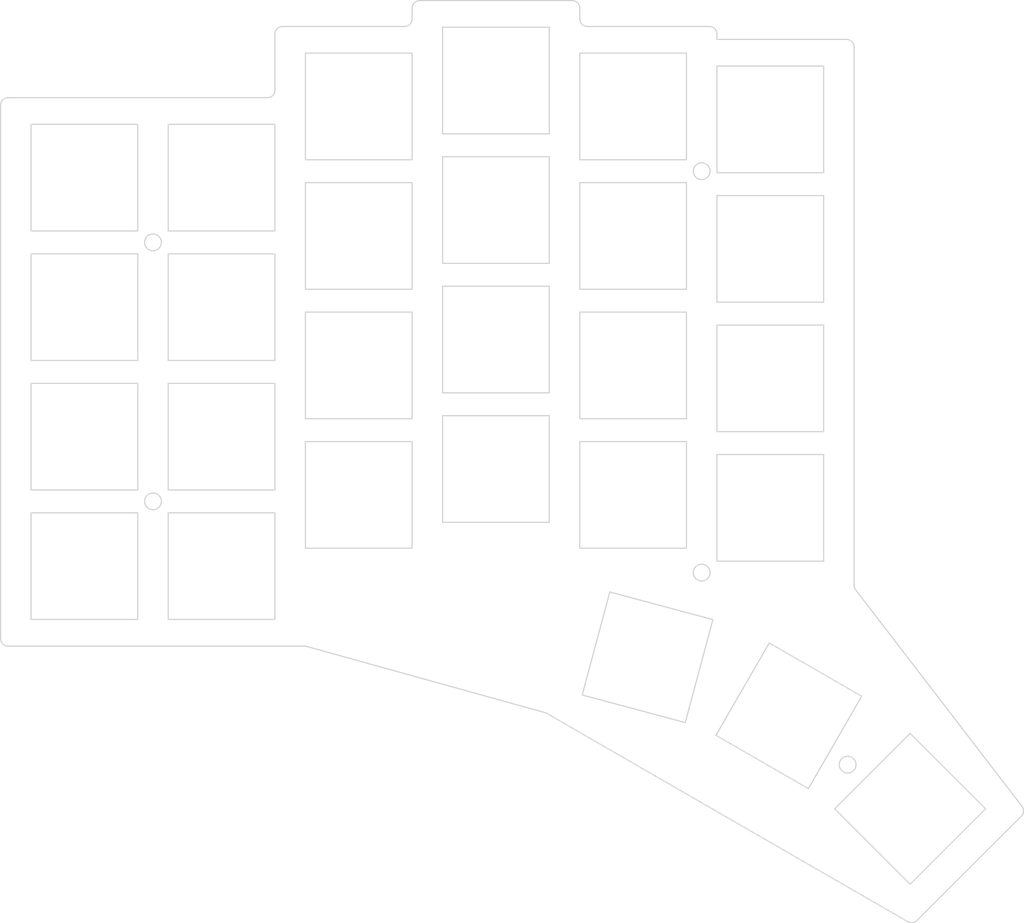
<source format=kicad_pcb>
(kicad_pcb
	(version 20240108)
	(generator "pcbnew")
	(generator_version "8.0")
	(general
		(thickness 1.6)
		(legacy_teardrops no)
	)
	(paper "A3")
	(title_block
		(title "top_plate")
		(date "2025-04-03")
		(rev "0.1")
		(company "mdk")
	)
	(layers
		(0 "F.Cu" signal)
		(31 "B.Cu" signal)
		(32 "B.Adhes" user "B.Adhesive")
		(33 "F.Adhes" user "F.Adhesive")
		(34 "B.Paste" user)
		(35 "F.Paste" user)
		(36 "B.SilkS" user "B.Silkscreen")
		(37 "F.SilkS" user "F.Silkscreen")
		(38 "B.Mask" user)
		(39 "F.Mask" user)
		(40 "Dwgs.User" user "User.Drawings")
		(41 "Cmts.User" user "User.Comments")
		(42 "Eco1.User" user "User.Eco1")
		(43 "Eco2.User" user "User.Eco2")
		(44 "Edge.Cuts" user)
		(45 "Margin" user)
		(46 "B.CrtYd" user "B.Courtyard")
		(47 "F.CrtYd" user "F.Courtyard")
		(48 "B.Fab" user)
		(49 "F.Fab" user)
	)
	(setup
		(pad_to_mask_clearance 0.05)
		(allow_soldermask_bridges_in_footprints no)
		(pcbplotparams
			(layerselection 0x00010fc_ffffffff)
			(plot_on_all_layers_selection 0x0000000_00000000)
			(disableapertmacros no)
			(usegerberextensions no)
			(usegerberattributes yes)
			(usegerberadvancedattributes yes)
			(creategerberjobfile yes)
			(dashed_line_dash_ratio 12.000000)
			(dashed_line_gap_ratio 3.000000)
			(svgprecision 4)
			(plotframeref no)
			(viasonmask no)
			(mode 1)
			(useauxorigin no)
			(hpglpennumber 1)
			(hpglpenspeed 20)
			(hpglpendiameter 15.000000)
			(pdf_front_fp_property_popups yes)
			(pdf_back_fp_property_popups yes)
			(dxfpolygonmode yes)
			(dxfimperialunits yes)
			(dxfusepcbnewfont yes)
			(psnegative no)
			(psa4output no)
			(plotreference yes)
			(plotvalue yes)
			(plotfptext yes)
			(plotinvisibletext no)
			(sketchpadsonfab no)
			(subtractmaskfromsilk no)
			(outputformat 1)
			(mirror no)
			(drillshape 1)
			(scaleselection 1)
			(outputdirectory "")
		)
	)
	(net 0 "")
	(gr_line
		(start 115 116.65)
		(end 115 130.65)
		(stroke
			(width 0.15)
			(type default)
		)
		(layer "Edge.Cuts")
		(uuid "005d03bd-5fac-4196-973c-1dc6f9ca47a2")
	)
	(gr_arc
		(start 116 79.15)
		(mid 115.292893 78.857107)
		(end 115 78.15)
		(stroke
			(width 0.15)
			(type default)
		)
		(layer "Edge.Cuts")
		(uuid "005dce77-c2cf-4094-a385-1159f9a682b4")
	)
	(gr_line
		(start 75 143)
		(end 61 143)
		(stroke
			(width 0.15)
			(type default)
		)
		(layer "Edge.Cuts")
		(uuid "039fdf75-75e8-4e20-ae10-6023ed6f7db2")
	)
	(gr_line
		(start 147 118.35)
		(end 133 118.35)
		(stroke
			(width 0.15)
			(type default)
		)
		(layer "Edge.Cuts")
		(uuid "046a37f8-557c-4d2f-9139-7fd9dd76622b")
	)
	(gr_line
		(start 75 87.5)
		(end 75 80.15)
		(stroke
			(width 0.15)
			(type default)
		)
		(layer "Edge.Cuts")
		(uuid "0483d0a3-c9b1-4ff7-8047-5062c07bafa3")
	)
	(gr_line
		(start 57 109)
		(end 43 109)
		(stroke
			(width 0.15)
			(type default)
		)
		(layer "Edge.Cuts")
		(uuid "05bae89c-b1d5-4446-b3db-c28df1cf6029")
	)
	(gr_line
		(start 61 143)
		(end 61 157)
		(stroke
			(width 0.15)
			(type default)
		)
		(layer "Edge.Cuts")
		(uuid "07f7fab3-aeab-42c1-87dc-d12180c02407")
	)
	(gr_line
		(start 75 123)
		(end 75 109)
		(stroke
			(width 0.15)
			(type default)
		)
		(layer "Edge.Cuts")
		(uuid "0b598a1b-fb1b-4038-a54c-a001223e607b")
	)
	(gr_line
		(start 43 106)
		(end 57 106)
		(stroke
			(width 0.15)
			(type default)
		)
		(layer "Edge.Cuts")
		(uuid "0b722719-afef-4bcf-8d81-b8c52412d074")
	)
	(gr_line
		(start 61 126)
		(end 61 140)
		(stroke
			(width 0.15)
			(type default)
		)
		(layer "Edge.Cuts")
		(uuid "0bd381fe-2839-49bd-b8f7-bf741f27eb6b")
	)
	(gr_line
		(start 151.206896 153.119404)
		(end 173.017912 181.520029)
		(stroke
			(width 0.15)
			(type default)
		)
		(layer "Edge.Cuts")
		(uuid "0bda99de-ea36-445b-b3c4-0059b6d17130")
	)
	(gr_arc
		(start 150 80.85)
		(mid 150.707107 81.142893)
		(end 151 81.85)
		(stroke
			(width 0.15)
			(type default)
		)
		(layer "Edge.Cuts")
		(uuid "0e91afa7-d6ef-4e96-9304-59cb4cfc05a6")
	)
	(gr_line
		(start 116 79.15)
		(end 132 79.15)
		(stroke
			(width 0.15)
			(type default)
		)
		(layer "Edge.Cuts")
		(uuid "0fc50555-3088-42e7-9bbd-903a75d7974e")
	)
	(gr_line
		(start 75 126)
		(end 61 126)
		(stroke
			(width 0.15)
			(type default)
		)
		(layer "Edge.Cuts")
		(uuid "10107edb-8dd7-4dc3-88bd-c5f27ce46a97")
	)
	(gr_line
		(start 43 92)
		(end 43 106)
		(stroke
			(width 0.15)
			(type default)
		)
		(layer "Edge.Cuts")
		(uuid "1107b746-7016-47eb-a603-d7a92bc252be")
	)
	(gr_line
		(start 132.466508 157.019254)
		(end 118.943547 153.395788)
		(stroke
			(width 0.15)
			(type default)
		)
		(layer "Edge.Cuts")
		(uuid "122f8d16-8e74-414c-a6d1-70335d594999")
	)
	(gr_line
		(start 110.428144 169.230222)
		(end 79.131338 160.536484)
		(stroke
			(width 0.15)
			(type default)
		)
		(layer "Edge.Cuts")
		(uuid "13d770f1-fa89-4428-8a48-4691e1d84b7e")
	)
	(gr_line
		(start 128.843042 170.542216)
		(end 132.466508 157.019254)
		(stroke
			(width 0.15)
			(type default)
		)
		(layer "Edge.Cuts")
		(uuid "1422cdb7-ec22-4159-bad1-a21f8abca25a")
	)
	(gr_line
		(start 78.863689 160.5)
		(end 40 160.5)
		(stroke
			(width 0.15)
			(type default)
		)
		(layer "Edge.Cuts")
		(uuid "150f9f13-1d59-46c8-bc88-5a6cf5ca8734")
	)
	(gr_line
		(start 115 147.65)
		(end 129 147.65)
		(stroke
			(width 0.15)
			(type default)
		)
		(layer "Edge.Cuts")
		(uuid "15659b5d-e054-4952-a3de-7f69ccf90d50")
	)
	(gr_line
		(start 133 115.35)
		(end 147 115.35)
		(stroke
			(width 0.15)
			(type default)
		)
		(layer "Edge.Cuts")
		(uuid "1aae1c89-94e7-43e6-af1f-bc22e896f4bd")
	)
	(gr_line
		(start 97 144.25)
		(end 111 144.25)
		(stroke
			(width 0.15)
			(type default)
		)
		(layer "Edge.Cuts")
		(uuid "1ba2b3f5-d423-46a5-9352-3f5f3c98d5ef")
	)
	(gr_line
		(start 172.931915 182.836221)
		(end 159.245626 196.52251)
		(stroke
			(width 0.15)
			(type default)
		)
		(layer "Edge.Cuts")
		(uuid "1c3f6808-83cc-4b75-9103-54b427abe2d8")
	)
	(gr_arc
		(start 40 160.5)
		(mid 39.292893 160.207107)
		(end 39 159.5)
		(stroke
			(width 0.15)
			(type default)
		)
		(layer "Edge.Cuts")
		(uuid "1e860c65-b980-4179-8c8f-fa8a4b720d28")
	)
	(gr_circle
		(center 59 141.5)
		(end 60.1 141.5)
		(stroke
			(width 0.15)
			(type default)
		)
		(fill none)
		(layer "Edge.Cuts")
		(uuid "1ea31b81-a968-43b2-b9ee-1dabc9c2143f")
	)
	(gr_line
		(start 115.32008 166.918749)
		(end 128.843042 170.542216)
		(stroke
			(width 0.15)
			(type default)
		)
		(layer "Edge.Cuts")
		(uuid "21488407-ba30-47b9-9cd0-0a842cde8d79")
	)
	(gr_line
		(start 111 96.25)
		(end 97 96.25)
		(stroke
			(width 0.15)
			(type default)
		)
		(layer "Edge.Cuts")
		(uuid "21616bd1-a6ef-4085-ade6-cf28fbef9eb6")
	)
	(gr_line
		(start 129 116.65)
		(end 115 116.65)
		(stroke
			(width 0.15)
			(type default)
		)
		(layer "Edge.Cuts")
		(uuid "2162537c-523d-4e36-b15a-df5cf2fd30e0")
	)
	(gr_line
		(start 43 109)
		(end 43 123)
		(stroke
			(width 0.15)
			(type default)
		)
		(layer "Edge.Cuts")
		(uuid "22d235a4-d363-46f2-a0e1-4bb5669b26bb")
	)
	(gr_line
		(start 115 130.65)
		(end 129 130.65)
		(stroke
			(width 0.15)
			(type default)
		)
		(layer "Edge.Cuts")
		(uuid "24074159-ba5d-4514-90db-117e6d94a59f")
	)
	(gr_line
		(start 97 93.25)
		(end 111 93.25)
		(stroke
			(width 0.15)
			(type default)
		)
		(layer "Edge.Cuts")
		(uuid "2a95b9ae-1664-4ec6-9687-882e79dce557")
	)
	(gr_line
		(start 129 113.65)
		(end 129 99.65)
		(stroke
			(width 0.15)
			(type default)
		)
		(layer "Edge.Cuts")
		(uuid "2bc7f76f-8ee4-4fe9-8cfc-ece878cdc6a2")
	)
	(gr_line
		(start 129 130.65)
		(end 129 116.65)
		(stroke
			(width 0.15)
			(type default)
		)
		(layer "Edge.Cuts")
		(uuid "2caccf67-3292-41ec-aa33-98842c732436")
	)
	(gr_arc
		(start 75 80.15)
		(mid 75.292893 79.442893)
		(end 76 79.15)
		(stroke
			(width 0.15)
			(type default)
		)
		(layer "Edge.Cuts")
		(uuid "325aa587-4b80-4b33-8081-ea7bbbf65314")
	)
	(gr_line
		(start 133 84.35)
		(end 133 98.35)
		(stroke
			(width 0.15)
			(type default)
		)
		(layer "Edge.Cuts")
		(uuid "33f8d056-d9e2-4e57-9aa8-6d0df8975cbd")
	)
	(gr_line
		(start 61 92)
		(end 61 106)
		(stroke
			(width 0.15)
			(type default)
		)
		(layer "Edge.Cuts")
		(uuid "38047324-f068-42f0-911f-e081efbc89e3")
	)
	(gr_line
		(start 94 75.75)
		(end 114 75.75)
		(stroke
			(width 0.15)
			(type default)
		)
		(layer "Edge.Cuts")
		(uuid "3b2b669b-5bf4-42b7-938e-890fb9be7446")
	)
	(gr_line
		(start 57 140)
		(end 57 126)
		(stroke
			(width 0.15)
			(type default)
		)
		(layer "Edge.Cuts")
		(uuid "3d0a80e9-481e-4a4f-bf8f-e0e11e3e187a")
	)
	(gr_line
		(start 147 84.35)
		(end 133 84.35)
		(stroke
			(width 0.15)
			(type default)
		)
		(layer "Edge.Cuts")
		(uuid "40f8c8dd-a404-486d-ab20-f940691644a5")
	)
	(gr_line
		(start 93 113.65)
		(end 93 99.65)
		(stroke
			(width 0.15)
			(type default)
		)
		(layer "Edge.Cuts")
		(uuid "423da8e3-555d-46a4-b1ee-34ca6f475ae3")
	)
	(gr_line
		(start 129 133.65)
		(end 115 133.65)
		(stroke
			(width 0.15)
			(type default)
		)
		(layer "Edge.Cuts")
		(uuid "42622cf8-bcdd-4a8e-a930-0107530a07f4")
	)
	(gr_line
		(start 111 113.25)
		(end 97 113.25)
		(stroke
			(width 0.15)
			(type default)
		)
		(layer "Edge.Cuts")
		(uuid "444aa010-6552-47c4-acca-e4adccdf1fd3")
	)
	(gr_line
		(start 158.349491 171.962801)
		(end 148.449996 181.862296)
		(stroke
			(width 0.15)
			(type default)
		)
		(layer "Edge.Cuts")
		(uuid "49047d29-9954-4c36-9055-8eddb49d620d")
	)
	(gr_line
		(start 43 143)
		(end 43 157)
		(stroke
			(width 0.15)
			(type default)
		)
		(layer "Edge.Cuts")
		(uuid "4b57a0ed-12ec-4f80-aefd-88a9ed4d2b3a")
	)
	(gr_line
		(start 115 96.65)
		(end 129 96.65)
		(stroke
			(width 0.15)
			(type default)
		)
		(layer "Edge.Cuts")
		(uuid "4d0f6c8e-1ffa-4e1f-8376-70970d8b0111")
	)
	(gr_line
		(start 76 79.15)
		(end 92 79.15)
		(stroke
			(width 0.15)
			(type default)
		)
		(layer "Edge.Cuts")
		(uuid "5027d89f-fdd1-4799-bd92-c3bb092dbc8e")
	)
	(gr_arc
		(start 93 78.15)
		(mid 92.707107 78.857107)
		(end 92 79.15)
		(stroke
			(width 0.15)
			(type default)
		)
		(layer "Edge.Cuts")
		(uuid "507dd148-fdd4-4aa3-b0a2-604e67f922c4")
	)
	(gr_line
		(start 147 101.35)
		(end 133 101.35)
		(stroke
			(width 0.15)
			(type default)
		)
		(layer "Edge.Cuts")
		(uuid "508c03b3-2875-4abc-9894-502f6374cd74")
	)
	(gr_line
		(start 57 123)
		(end 57 109)
		(stroke
			(width 0.15)
			(type default)
		)
		(layer "Edge.Cuts")
		(uuid "50f0b53f-be0d-49a3-a711-afe1ba85b9f5")
	)
	(gr_line
		(start 147 135.35)
		(end 133 135.35)
		(stroke
			(width 0.15)
			(type default)
		)
		(layer "Edge.Cuts")
		(uuid "54acffdb-37ec-43b7-9e95-1b03d428519c")
	)
	(gr_line
		(start 57 106)
		(end 57 92)
		(stroke
			(width 0.15)
			(type default)
		)
		(layer "Edge.Cuts")
		(uuid "55bad291-a87a-41e4-b115-f0e9704b1980")
	)
	(gr_line
		(start 79 133.65)
		(end 79 147.65)
		(stroke
			(width 0.15)
			(type default)
		)
		(layer "Edge.Cuts")
		(uuid "565fbaf1-d2a2-42b8-ab3d-15fc30d99014")
	)
	(gr_line
		(start 61 140)
		(end 75 140)
		(stroke
			(width 0.15)
			(type default)
		)
		(layer "Edge.Cuts")
		(uuid "5788e4f8-0dd3-4362-bb48-37dfc554209d")
	)
	(gr_line
		(start 111 93.25)
		(end 111 79.25)
		(stroke
			(width 0.15)
			(type default)
		)
		(layer "Edge.Cuts")
		(uuid "5b249193-d577-492e-bd0c-585686940e00")
	)
	(gr_line
		(start 43 123)
		(end 57 123)
		(stroke
			(width 0.15)
			(type default)
		)
		(layer "Edge.Cuts")
		(uuid "5b43c6ed-1a8d-4ef4-a6e8-5aaa4bef3863")
	)
	(gr_line
		(start 97 110.25)
		(end 111 110.25)
		(stroke
			(width 0.15)
			(type default)
		)
		(layer "Edge.Cuts")
		(uuid "5c05b6de-0ae0-49cc-ac59-d3df615a0e85")
	)
	(gr_line
		(start 158.03852 196.681428)
		(end 110.660495 169.327713)
		(stroke
			(width 0.15)
			(type default)
		)
		(layer "Edge.Cuts")
		(uuid "5c76eea6-07b5-450a-9424-c6e6318f7c2d")
	)
	(gr_line
		(start 79 113.65)
		(end 93 113.65)
		(stroke
			(width 0.15)
			(type default)
		)
		(layer "Edge.Cuts")
		(uuid "5d08135b-a1fb-4ef2-ad83-55aa4caccce5")
	)
	(gr_line
		(start 129 99.65)
		(end 115 99.65)
		(stroke
			(width 0.15)
			(type default)
		)
		(layer "Edge.Cuts")
		(uuid "5d0c467f-3b9d-4dc5-bec7-bce63cd1d548")
	)
	(gr_arc
		(start 114 75.75)
		(mid 114.707107 76.042893)
		(end 115 76.75)
		(stroke
			(width 0.15)
			(type default)
		)
		(layer "Edge.Cuts")
		(uuid "5ef231b4-daf9-4ff0-8144-9dc38988ba82")
	)
	(gr_line
		(start 57 92)
		(end 43 92)
		(stroke
			(width 0.15)
			(type default)
		)
		(layer "Edge.Cuts")
		(uuid "5f869302-1996-446d-ad01-1fac14c097c6")
	)
	(gr_line
		(start 139.868716 160.085349)
		(end 132.868716 172.209705)
		(stroke
			(width 0.15)
			(type default)
		)
		(layer "Edge.Cuts")
		(uuid "62d500d1-eccb-4b28-be90-022ab619951a")
	)
	(gr_circle
		(center 131 150.85)
		(end 132.1 150.85)
		(stroke
			(width 0.15)
			(type default)
		)
		(fill none)
		(layer "Edge.Cuts")
		(uuid "66cbf811-4e26-4796-a13b-6a7d0027b254")
	)
	(gr_line
		(start 93 133.65)
		(end 79 133.65)
		(stroke
			(width 0.15)
			(type default)
		)
		(layer "Edge.Cuts")
		(uuid "670993d1-64d4-400e-9987-6249625052c9")
	)
	(gr_line
		(start 147 132.35)
		(end 147 118.35)
		(stroke
			(width 0.15)
			(type default)
		)
		(layer "Edge.Cuts")
		(uuid "69e5b52b-85ab-40d4-895a-6ad88df68230")
	)
	(gr_line
		(start 93 82.65)
		(end 79 82.65)
		(stroke
			(width 0.15)
			(type default)
		)
		(layer "Edge.Cuts")
		(uuid "6b7b6145-8f14-4a91-afda-88bf9c34c548")
	)
	(gr_line
		(start 79 99.65)
		(end 79 113.65)
		(stroke
			(width 0.15)
			(type default)
		)
		(layer "Edge.Cuts")
		(uuid "6c4be62a-2674-4002-a86f-555138c72115")
	)
	(gr_line
		(start 75 140)
		(end 75 126)
		(stroke
			(width 0.15)
			(type default)
		)
		(layer "Edge.Cuts")
		(uuid "76512a08-f3d1-439a-9cde-5acea5c267ed")
	)
	(gr_line
		(start 93 78.15)
		(end 93 76.75)
		(stroke
			(width 0.15)
			(type default)
		)
		(layer "Edge.Cuts")
		(uuid "768fa64b-7bae-4bbe-b3d1-2c63639975e1")
	)
	(gr_line
		(start 43 157)
		(end 57 157)
		(stroke
			(width 0.15)
			(type default)
		)
		(layer "Edge.Cuts")
		(uuid "77a068e2-f6c0-404c-b35d-6359476873df")
	)
	(gr_line
		(start 133 118.35)
		(end 133 132.35)
		(stroke
			(width 0.15)
			(type default)
		)
		(layer "Edge.Cuts")
		(uuid "784f206c-d9a5-4de9-b063-e5d1be285763")
	)
	(gr_arc
		(start 173.017912 181.520029)
		(mid 173.222669 182.194309)
		(end 172.931915 182.836221)
		(stroke
			(width 0.15)
			(type default)
		)
		(layer "Edge.Cuts")
		(uuid "787301d6-c83e-4e27-9389-43801b40269f")
	)
	(gr_line
		(start 61 123)
		(end 75 123)
		(stroke
			(width 0.15)
			(type default)
		)
		(layer "Edge.Cuts")
		(uuid "78b79ff4-0987-4081-b2c2-42b46ab574c5")
	)
	(gr_arc
		(start 75 87.5)
		(mid 74.707107 88.207107)
		(end 74 88.5)
		(stroke
			(width 0.15)
			(type default)
		)
		(layer "Edge.Cuts")
		(uuid "7cd18778-f715-4b28-8f8e-5e81c59b7491")
	)
	(gr_line
		(start 115 82.65)
		(end 115 96.65)
		(stroke
			(width 0.15)
			(type default)
		)
		(layer "Edge.Cuts")
		(uuid "800e1b70-00b3-4bfc-bcae-8ba42b96b405")
	)
	(gr_line
		(start 115 99.65)
		(end 115 113.65)
		(stroke
			(width 0.15)
			(type default)
		)
		(layer "Edge.Cuts")
		(uuid "812c5f5a-36f0-42ff-bbd8-54be04238665")
	)
	(gr_line
		(start 57 126)
		(end 43 126)
		(stroke
			(width 0.15)
			(type default)
		)
		(layer "Edge.Cuts")
		(uuid "87e4c2ad-a2fe-415e-92ad-9a752f6ef155")
	)
	(gr_arc
		(start 78.863689 160.5)
		(mid 78.998751 160.509161)
		(end 79.131338 160.536484)
		(stroke
			(width 0.15)
			(type default)
		)
		(layer "Edge.Cuts")
		(uuid "8820d23f-6371-4c57-b6f2-9d19f0a7c247")
	)
	(gr_line
		(start 61 106)
		(end 75 106)
		(stroke
			(width 0.15)
			(type default)
		)
		(layer "Edge.Cuts")
		(uuid "88ec5d73-ae65-4a5b-b0f2-c3c49ee9a763")
	)
	(gr_line
		(start 118.943547 153.395788)
		(end 115.32008 166.918749)
		(stroke
			(width 0.15)
			(type default)
		)
		(layer "Edge.Cuts")
		(uuid "8a7074a2-3a13-4f71-9102-7a5a69321f62")
	)
	(gr_line
		(start 93 116.65)
		(end 79 116.65)
		(stroke
			(width 0.15)
			(type default)
		)
		(layer "Edge.Cuts")
		(uuid "8a909165-e833-4f31-a026-381d238ed761")
	)
	(gr_arc
		(start 159.245626 196.52251)
		(mid 158.669043 196.806859)
		(end 158.03852 196.681428)
		(stroke
			(width 0.15)
			(type default)
		)
		(layer "Edge.Cuts")
		(uuid "8b6ff115-0e1d-4d39-a203-4c45f54f0a19")
	)
	(gr_line
		(start 151.993071 167.085349)
		(end 139.868716 160.085349)
		(stroke
			(width 0.15)
			(type default)
		)
		(layer "Edge.Cuts")
		(uuid "8ce00b2b-f131-4ef8-bc9a-6bfed11d6269")
	)
	(gr_line
		(start 133 132.35)
		(end 147 132.35)
		(stroke
			(width 0.15)
			(type default)
		)
		(layer "Edge.Cuts")
		(uuid "8dbd0f2f-59c2-459a-b18f-7cef8f5ea35f")
	)
	(gr_arc
		(start 93 76.75)
		(mid 93.292893 76.042893)
		(end 94 75.75)
		(stroke
			(width 0.15)
			(type default)
		)
		(layer "Edge.Cuts")
		(uuid "9186468f-3361-4070-b5a9-98143365fe83")
	)
	(gr_arc
		(start 151.206896 153.119404)
		(mid 151.053131 152.831952)
		(end 151 152.510318)
		(stroke
			(width 0.15)
			(type default)
		)
		(layer "Edge.Cuts")
		(uuid "929eedae-4339-482a-a691-80c8ef26671a")
	)
	(gr_line
		(start 129 82.65)
		(end 115 82.65)
		(stroke
			(width 0.15)
			(type default)
		)
		(layer "Edge.Cuts")
		(uuid "934df93b-43d7-442f-ad51-37249292d8a9")
	)
	(gr_arc
		(start 110.428144 169.230222)
		(mid 110.547402 169.271621)
		(end 110.660495 169.327713)
		(stroke
			(width 0.15)
			(type default)
		)
		(layer "Edge.Cuts")
		(uuid "95e46906-a0c8-44cf-8db2-6ca162d47c4d")
	)
	(gr_line
		(start 133 80.15)
		(end 133 80.85)
		(stroke
			(width 0.15)
			(type default)
		)
		(layer "Edge.Cuts")
		(uuid "96e60874-3f09-4144-bd6e-1399171fcc08")
	)
	(gr_circle
		(center 150.147052 176.064021)
		(end 151.247052 176.064021)
		(stroke
			(width 0.15)
			(type default)
		)
		(fill none)
		(layer "Edge.Cuts")
		(uuid "9c41a869-bf71-471c-a0c9-2fb0542cca22")
	)
	(gr_arc
		(start 39 89.5)
		(mid 39.292893 88.792893)
		(end 40 88.5)
		(stroke
			(width 0.15)
			(type default)
		)
		(layer "Edge.Cuts")
		(uuid "9c4cdc40-6f67-4ca7-b19f-55e9dad2949c")
	)
	(gr_line
		(start 129 96.65)
		(end 129 82.65)
		(stroke
			(width 0.15)
			(type default)
		)
		(layer "Edge.Cuts")
		(uuid "9c6e7c97-209a-434a-8ac2-6576e59e9fee")
	)
	(gr_line
		(start 111 79.25)
		(end 97 79.25)
		(stroke
			(width 0.15)
			(type default)
		)
		(layer "Edge.Cuts")
		(uuid "9cef3b6b-532a-41b4-a936-b85f8f69048c")
	)
	(gr_line
		(start 40 88.5)
		(end 74 88.5)
		(stroke
			(width 0.15)
			(type default)
		)
		(layer "Edge.Cuts")
		(uuid "9d91eb55-8958-4358-ac74-bf7df674e75c")
	)
	(gr_line
		(start 133 80.85)
		(end 150 80.85)
		(stroke
			(width 0.15)
			(type default)
		)
		(layer "Edge.Cuts")
		(uuid "a13c4aeb-6810-42b0-a3d9-a4b0ead72fbd")
	)
	(gr_line
		(start 93 99.65)
		(end 79 99.65)
		(stroke
			(width 0.15)
			(type default)
		)
		(layer "Edge.Cuts")
		(uuid "a18c68b6-3fe0-4c5f-a1e2-59b865683f86")
	)
	(gr_line
		(start 79 96.65)
		(end 93 96.65)
		(stroke
			(width 0.15)
			(type default)
		)
		(layer "Edge.Cuts")
		(uuid "a3918298-2494-4c00-8af1-afa1961b475b")
	)
	(gr_line
		(start 93 147.65)
		(end 93 133.65)
		(stroke
			(width 0.15)
			(type default)
		)
		(layer "Edge.Cuts")
		(uuid "a409c816-f6a3-4302-a91c-a69aa99630be")
	)
	(gr_line
		(start 43 140)
		(end 57 140)
		(stroke
			(width 0.15)
			(type default)
		)
		(layer "Edge.Cuts")
		(uuid "a550c090-958c-478d-9516-03b906f8064c")
	)
	(gr_line
		(start 61 109)
		(end 61 123)
		(stroke
			(width 0.15)
			(type default)
		)
		(layer "Edge.Cuts")
		(uuid "a64a19b0-75df-4d9f-9fb2-673afdb70fe8")
	)
	(gr_circle
		(center 59 107.5)
		(end 60.1 107.5)
		(stroke
			(width 0.15)
			(type default)
		)
		(fill none)
		(layer "Edge.Cuts")
		(uuid "a6e2a687-d982-4d28-a0c4-f1427c5741a7")
	)
	(gr_line
		(start 97 130.25)
		(end 97 144.25)
		(stroke
			(width 0.15)
			(type default)
		)
		(layer "Edge.Cuts")
		(uuid "a9d62f1a-f560-46a9-8b7c-7857b4bff52c")
	)
	(gr_line
		(start 61 157)
		(end 75 157)
		(stroke
			(width 0.15)
			(type default)
		)
		(layer "Edge.Cuts")
		(uuid "aae0ca08-9d07-424e-b726-46cf025d3727")
	)
	(gr_line
		(start 132.868716 172.209705)
		(end 144.993071 179.209705)
		(stroke
			(width 0.15)
			(type default)
		)
		(layer "Edge.Cuts")
		(uuid "ab50b44f-f2d2-4639-afc9-3f3f133fb49c")
	)
	(gr_line
		(start 97 79.25)
		(end 97 93.25)
		(stroke
			(width 0.15)
			(type default)
		)
		(layer "Edge.Cuts")
		(uuid "ad0e2bd8-61db-4f76-975d-63fc7640f835")
	)
	(gr_line
		(start 133 101.35)
		(end 133 115.35)
		(stroke
			(width 0.15)
			(type default)
		)
		(layer "Edge.Cuts")
		(uuid "afa2b1f5-a292-44f5-9efa-cc9ee92bc79b")
	)
	(gr_line
		(start 97 113.25)
		(end 97 127.25)
		(stroke
			(width 0.15)
			(type default)
		)
		(layer "Edge.Cuts")
		(uuid "afb063c2-acba-493b-a726-46fbe6c85576")
	)
	(gr_line
		(start 111 110.25)
		(end 111 96.25)
		(stroke
			(width 0.15)
			(type default)
		)
		(layer "Edge.Cuts")
		(uuid "b280e722-9acc-423e-8f8c-c7d665919d0a")
	)
	(gr_line
		(start 111 127.25)
		(end 111 113.25)
		(stroke
			(width 0.15)
			(type default)
		)
		(layer "Edge.Cuts")
		(uuid "b3674b33-9dca-4851-86ff-267e8ecafd14")
	)
	(gr_circle
		(center 131 98.15)
		(end 132.1 98.15)
		(stroke
			(width 0.15)
			(type default)
		)
		(fill none)
		(layer "Edge.Cuts")
		(uuid "b49caa58-e0dd-4699-91f3-eb74c11e7d0b")
	)
	(gr_line
		(start 115 113.65)
		(end 129 113.65)
		(stroke
			(width 0.15)
			(type default)
		)
		(layer "Edge.Cuts")
		(uuid "b5366e75-7a3a-4461-8310-bcc512f3f3f7")
	)
	(gr_line
		(start 79 147.65)
		(end 93 147.65)
		(stroke
			(width 0.15)
			(type default)
		)
		(layer "Edge.Cuts")
		(uuid "b7e50522-79ab-4201-9071-c4ec77e8ebf1")
	)
	(gr_line
		(start 147 149.35)
		(end 147 135.35)
		(stroke
			(width 0.15)
			(type default)
		)
		(layer "Edge.Cuts")
		(uuid "baad5e67-9590-4a9c-b87c-8c4d9369392a")
	)
	(gr_line
		(start 79 116.65)
		(end 79 130.65)
		(stroke
			(width 0.15)
			(type default)
		)
		(layer "Edge.Cuts")
		(uuid "bd607256-36a3-4806-a733-c7a8bc10e48a")
	)
	(gr_line
		(start 75 106)
		(end 75 92)
		(stroke
			(width 0.15)
			(type default)
		)
		(layer "Edge.Cuts")
		(uuid "c598f02a-e1dd-439b-bb78-7322cf427ea8")
	)
	(gr_line
		(start 97 127.25)
		(end 111 127.25)
		(stroke
			(width 0.15)
			(type default)
		)
		(layer "Edge.Cuts")
		(uuid "c93c30b4-bd86-4f7d-948a-1419ce2925d2")
	)
	(gr_line
		(start 168.248986 181.862296)
		(end 158.349491 171.962801)
		(stroke
			(width 0.15)
			(type default)
		)
		(layer "Edge.Cuts")
		(uuid "c9a1a939-cb0c-4ef6-9909-8773cf8de867")
	)
	(gr_line
		(start 57 143)
		(end 43 143)
		(stroke
			(width 0.15)
			(type default)
		)
		(layer "Edge.Cuts")
		(uuid "cb0c5eb8-8a92-49f7-9f75-de99b8f457d7")
	)
	(gr_line
		(start 133 135.35)
		(end 133 149.35)
		(stroke
			(width 0.15)
			(type default)
		)
		(layer "Edge.Cuts")
		(uuid "ce06c3db-bfb1-464b-aeb0-7e560c431e30")
	)
	(gr_line
		(start 75 109)
		(end 61 109)
		(stroke
			(width 0.15)
			(type default)
		)
		(layer "Edge.Cuts")
		(uuid "cefcabbe-7eaf-4e13-aec8-c3be111575b2")
	)
	(gr_line
		(start 158.349491 191.761791)
		(end 168.248986 181.862296)
		(stroke
			(width 0.15)
			(type default)
		)
		(layer "Edge.Cuts")
		(uuid "d0f22ec0-790a-44ea-b221-a8c95e4d1f47")
	)
	(gr_line
		(start 39 159.5)
		(end 39 89.5)
		(stroke
			(width 0.15)
			(type default)
		)
		(layer "Edge.Cuts")
		(uuid "d34fe015-10aa-430e-bee0-be5446ec187a")
	)
	(gr_line
		(start 133 98.35)
		(end 147 98.35)
		(stroke
			(width 0.15)
			(type default)
		)
		(layer "Edge.Cuts")
		(uuid "d4547ff2-7736-42c4-9640-61d48841c9a1")
	)
	(gr_line
		(start 148.449996 181.862296)
		(end 158.349491 191.761791)
		(stroke
			(width 0.15)
			(type default)
		)
		(layer "Edge.Cuts")
		(uuid "d789a15c-519b-4d63-aaf4-b2120fe7a6cc")
	)
	(gr_line
		(start 75 157)
		(end 75 143)
		(stroke
			(width 0.15)
			(type default)
		)
		(layer "Edge.Cuts")
		(uuid "d8d2f07d-f9fa-4fe9-9e8c-2a821372cf76")
	)
	(gr_line
		(start 115 133.65)
		(end 115 147.65)
		(stroke
			(width 0.15)
			(type default)
		)
		(layer "Edge.Cuts")
		(uuid "d9251955-f2db-470b-b006-b5b318fa5123")
	)
	(gr_arc
		(start 132 79.15)
		(mid 132.707107 79.442893)
		(end 133 80.15)
		(stroke
			(width 0.15)
			(type default)
		)
		(layer "Edge.Cuts")
		(uuid "db68b876-ecab-4ae9-bdb3-5d8e117d30b5")
	)
	(gr_line
		(start 111 130.25)
		(end 97 130.25)
		(stroke
			(width 0.15)
			(type default)
		)
		(layer "Edge.Cuts")
		(uuid "db6f72be-e572-491d-9b41-1e1751817d78")
	)
	(gr_line
		(start 75 92)
		(end 61 92)
		(stroke
			(width 0.15)
			(type default)
		)
		(layer "Edge.Cuts")
		(uuid "db7f4184-0747-44c8-bd81-da0fa62fd5af")
	)
	(gr_line
		(start 57 157)
		(end 57 143)
		(stroke
			(width 0.15)
			(type default)
		)
		(layer "Edge.Cuts")
		(uuid "dbd68702-2eca-45c8-8007-5f730e7de604")
	)
	(gr_line
		(start 93 96.65)
		(end 93 82.65)
		(stroke
			(width 0.15)
			(type default)
		)
		(layer "Edge.Cuts")
		(uuid "df0d4475-0e21-4f67-be55-555656e0eb53")
	)
	(gr_line
		(start 43 126)
		(end 43 140)
		(stroke
			(width 0.15)
			(type default)
		)
		(layer "Edge.Cuts")
		(uuid "e3dfd137-4f9a-4244-bccf-6af2f5f5e351")
	)
	(gr_line
		(start 93 130.65)
		(end 93 116.65)
		(stroke
			(width 0.15)
			(type default)
		)
		(layer "Edge.Cuts")
		(uuid "eafaf451-cb19-44e1-8612-d84975f19793")
	)
	(gr_line
		(start 129 147.65)
		(end 129 133.65)
		(stroke
			(width 0.15)
			(type default)
		)
		(layer "Edge.Cuts")
		(uuid "ed82933f-3ce9-4ea6-b455-9caa3c4e322a")
	)
	(gr_line
		(start 97 96.25)
		(end 97 110.25)
		(stroke
			(width 0.15)
			(type default)
		)
		(layer "Edge.Cuts")
		(uuid "ee084c80-a2cb-42f9-8feb-5400cf1f2b7c")
	)
	(gr_line
		(start 151 81.85)
		(end 151 152.510318)
		(stroke
			(width 0.15)
			(type default)
		)
		(layer "Edge.Cuts")
		(uuid "f2ba7f7d-3eca-4456-acde-f34af68a9095")
	)
	(gr_line
		(start 79 82.65)
		(end 79 96.65)
		(stroke
			(width 0.15)
			(type default)
		)
		(layer "Edge.Cuts")
		(uuid "f448c81c-4572-4556-81a5-e1d1709d9e65")
	)
	(gr_line
		(start 111 144.25)
		(end 111 130.25)
		(stroke
			(width 0.15)
			(type default)
		)
		(layer "Edge.Cuts")
		(uuid "f67ba273-ce6e-4cf6-be01-9681b36cc216")
	)
	(gr_line
		(start 147 115.35)
		(end 147 101.35)
		(stroke
			(width 0.15)
			(type default)
		)
		(layer "Edge.Cuts")
		(uuid "f8c30a51-1a69-4329-85db-3a7dff75d184")
	)
	(gr_line
		(start 147 98.35)
		(end 147 84.35)
		(stroke
			(width 0.15)
			(type default)
		)
		(layer "Edge.Cuts")
		(uuid "f8de2412-e38b-4085-9377-95fdc4b18228")
	)
	(gr_line
		(start 79 130.65)
		(end 93 130.65)
		(stroke
			(width 0.15)
			(type default)
		)
		(layer "Edge.Cuts")
		(uuid "fa6c9f3b-a77e-4803-a0f1-bdf725918565")
	)
	(gr_line
		(start 115 76.75)
		(end 115 78.15)
		(stroke
			(width 0.15)
			(type default)
		)
		(layer "Edge.Cuts")
		(uuid "fafce7ed-616a-46bc-b215-5ea319b2bd26")
	)
	(gr_line
		(start 133 149.35)
		(end 147 149.35)
		(stroke
			(width 0.15)
			(type default)
		)
		(layer "Edge.Cuts")
		(uuid "fdc2c458-18bb-4de2-bed4-c9eb990ba42f")
	)
	(gr_line
		(start 144.993071 179.209705)
		(end 151.993071 167.085349)
		(stroke
			(width 0.15)
			(type default)
		)
		(layer "Edge.Cuts")
		(uuid "ffd0ab8f-2bae-41f2-a476-33da292d2a5d")
	)
)

</source>
